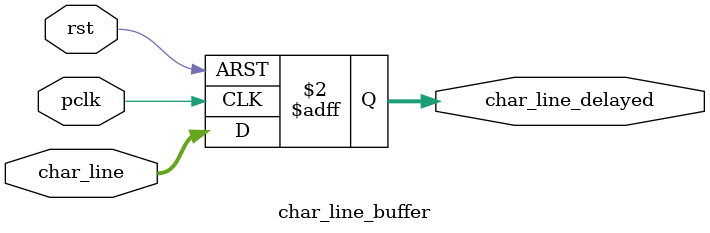
<source format=v>
`timescale 1ns / 1ps

module char_line_buffer(
    input wire pclk,
    input wire rst,
    input wire [3:0] char_line,
    output reg [3:0] char_line_delayed
);

    always @(posedge pclk, posedge rst)
    begin
        if(rst)
            char_line_delayed <= 0;
        else
            char_line_delayed <= char_line;
    end
endmodule

</source>
